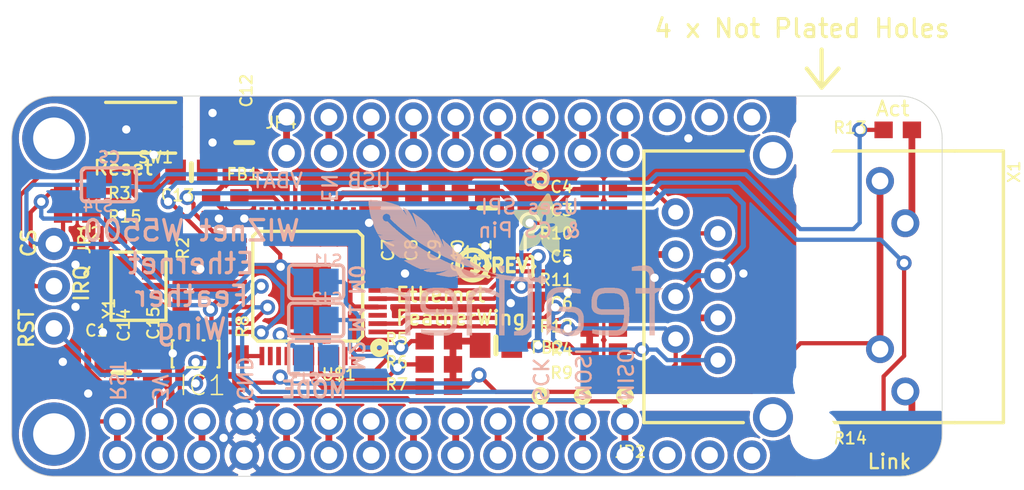
<source format=kicad_pcb>
(kicad_pcb (version 20221018) (generator pcbnew)
  (layers (0 "F.Cu" signal) (31 "B.Cu" signal) (34 "B.Paste" user) (35 "F.Paste" user) (36 "B.SilkS" user "B.Silkscreen") (37 "F.SilkS" user "F.Silkscreen") (38 "B.Mask" user) (39 "F.Mask" user) (44 "Edge.Cuts" user))
  (net 0 "")
  (net 1 "N$1")
  (net 2 "GND")
  (net 3 "N$2")
  (net 4 "N$3")
  (net 5 "AGND")
  (net 6 "CS")
  (net 7 "IRQ")
  (net 8 "MOSI")
  (net 9 "MISO")
  (net 10 "SCK")
  (net 11 "3.3V")
  (net 12 "N$4")
  (net 13 "N$5")
  (net 14 "N$6")
  (net 15 "RESET")
  (net 16 "AVDD")
  (net 17 "TX-")
  (net 18 "TX+")
  (net 19 "RX-")
  (net 20 "RX+")
  (net 21 "N$7")
  (net 22 "N$8")
  (net 23 "N$9")
  (net 24 "N$10")
  (net 25 "N$11")
  (net 26 "N$12")
  (net 27 "MISO_MCU")
  (net 28 "GREENLED")
  (net 29 "YELLOWLED")
  (net 30 "N$13")
  (net 31 "N$14")
  (net 32 "VBAT")
  (net 33 "N$15")
  (net 34 "USB")
  (net 35 "N$16")
  (net 36 "N$17")
  (net 37 "N$18")
  (net 38 "N$19")
  (net 39 "N$20")
  (net 40 "N$21")
  (net 41 "N$28")
  (net 42 "N$29")
  (net 43 "N$30")
  (net 44 "N$31")
  (net 45 "N$32")
  (net 46 "N$33")
  (net 47 "N$34")
  (net 48 "N$22")
  (footprint "working:0805-NO" (layer "F.Cu") (at 127.1651 110.2106 90)
    (fp_text reference "C14")
    (fp_text value "10uF")
  )
  (footprint "working:0805-NO" (layer "F.Cu") (at 149.6441 108.5596)
    (fp_text reference "FB2")
    (fp_text value "ferrite")
  )
  (footprint "working:0603-NO" (layer "F.Cu") (at 128.1811 107.7976 180)
    (fp_text reference "C1")
    (fp_text value "22pF")
  )
  (footprint "working:LQFP48" (layer "F.Cu") (at 138.3411 105.0036 180)
    (fp_text reference "U$1")
    (fp_text value "W5500")
  )
  (footprint "working:1X03_ROUND_76" (layer "F.Cu") (at 123.1011 105.0036 -90)
    (fp_text reference "JP1")
    (fp_text value "")
  )
  (footprint "working:BTN_KMR2_4.6X2.8" (layer "F.Cu") (at 128.3081 95.4786 180)
    (fp_text reference "SW1")
    (fp_text value "KMR2")
  )
  (footprint "working:0805-NO" (layer "F.Cu") (at 149.1361 100.3046 -90)
    (fp_text reference "C11")
    (fp_text value "10uF")
  )
  (footprint "working:FIDUCIAL_1MM" (layer "F.Cu") (at 121.5771 111.2266)
    (fp_text reference "FID2" hide)
    (fp_text value "FIDUCIAL\"\"" hide)
  )
  (footprint "working:0603-NO" (layer "F.Cu") (at 130.7211 105.2576 90)
    (fp_text reference "R2")
    (fp_text value "1M")
  )
  (footprint "working:PCBFEAT-REV-040" (layer "F.Cu") (at 148.2471 103.7336)
    (fp_text reference "U$45" hide)
    (fp_text value "" hide)
  )
  (footprint "working:0603-NO" (layer "F.Cu") (at 134.3025 109.9566 90)
    (fp_text reference "R8")
    (fp_text value "10K")
  )
  (footprint "working:0603-NO" (layer "F.Cu") (at 124.4981 100.6856)
    (fp_text reference "R15")
    (fp_text value "10K")
  )
  (footprint "working:0603-NO" (layer "F.Cu") (at 156.1211 107.5436 180)
    (fp_text reference "R12")
    (fp_text value "10")
  )
  (footprint "working:0603-NO" (layer "F.Cu") (at 147.4851 100.3046 -90)
    (fp_text reference "C10")
    (fp_text value "0.1uF")
  )
  (footprint "working:0603-NO" (layer "F.Cu") (at 146.2151 109.7026 180)
    (fp_text reference "R6")
    (fp_text value "10K")
  )
  (footprint "working:0805-NO" (layer "F.Cu") (at 131.3561 98.1456)
    (fp_text reference "FB1")
    (fp_text value "ferrite")
  )
  (footprint "working:0603-NO" (layer "F.Cu") (at 156.1211 100.5586 180)
    (fp_text reference "C3")
    (fp_text value "6.8nF")
  )
  (footprint "working:0603-NO" (layer "F.Cu") (at 156.1211 108.9406 180)
    (fp_text reference "R4")
    (fp_text value "49.9")
  )
  (footprint "working:FIDUCIAL_1MM" (layer "F.Cu") (at 167.0431 115.4176)
    (fp_text reference "FID1" hide)
    (fp_text value "FIDUCIAL\"\"" hide)
  )
  (footprint "working:0603-NO" (layer "F.Cu") (at 143.2941 100.3046 -90)
    (fp_text reference "C7")
    (fp_text value "0.1uF")
  )
  (footprint "working:0603-NO" (layer "F.Cu") (at 128.9431 110.0836 90)
    (fp_text reference "C15")
    (fp_text value "0.1uF")
  )
  (footprint "working:0603-NO" (layer "F.Cu") (at 156.1211 99.1616 180)
    (fp_text reference "C4")
    (fp_text value "6.8nF")
  )
  (footprint "working:0603-NO" (layer "F.Cu") (at 146.2151 111.0361 180)
    (fp_text reference "R7")
    (fp_text value "10K")
  )
  (footprint "working:0603-NO" (layer "F.Cu") (at 133.3881 99.6696 180)
    (fp_text reference "C13")
    (fp_text value "0.1uF")
  )
  (footprint "working:0603-NO" (layer "F.Cu") (at 144.6911 100.3046 -90)
    (fp_text reference "C8")
    (fp_text value "0.1uF")
  )
  (footprint "working:0603-NO" (layer "F.Cu") (at 146.0881 100.3046 -90)
    (fp_text reference "C9")
    (fp_text value "0.1uF")
  )
  (footprint "working:0603-NO" (layer "F.Cu") (at 173.7741 114.2746 180)
    (fp_text reference "R14")
    (fp_text value "470")
  )
  (footprint "working:0805-NO" (layer "F.Cu") (at 134.5311 96.3676 90)
    (fp_text reference "C12")
    (fp_text value "10uF")
  )
  (footprint "working:RJ45_PULSEJACK" (layer "F.Cu") (at 169.3291 105.0036 -90)
    (fp_text reference "X1")
    (fp_text value "RB1-125BAG1A")
  )
  (footprint "working:0603-NO" (layer "F.Cu") (at 156.1211 110.3376 180)
    (fp_text reference "R9")
    (fp_text value "49.9")
  )
  (footprint "working:FEATHERWING_NODIM" (layer "F.Cu") (at 120.5611 116.4336)
    (fp_text reference "MS1" hide)
    (fp_text value "FEATHERWING_NODIM" hide)
  )
  (footprint "working:ADAFRUIT_3.5MM" (layer "F.Cu") (at 150.6601 103.2256)
    (fp_text reference "U$49" hide)
    (fp_text value "" hide)
  )
  (footprint "working:0603-NO" (layer "F.Cu") (at 124.4981 99.2886)
    (fp_text reference "R3")
    (fp_text value "10K")
  )
  (footprint "working:0603-NO" (layer "F.Cu") (at 145.0721 102.8446)
    (fp_text reference "R1")
    (fp_text value "12.4K")
  )
  (footprint "working:0603-NO" (layer "F.Cu") (at 156.1211 104.7496 180)
    (fp_text reference "R11")
    (fp_text value "49.9")
  )
  (footprint "working:CRYSTAL_3.2X2.5" (layer "F.Cu") (at 128.1811 105.0036 90)
    (fp_text reference "Y1")
    (fp_text value "25MHz")
  )
  (footprint "working:1X13_ROUND_70" (layer "F.Cu") (at 142.1511 113.1316 180)
    (fp_text reference "JP2")
    (fp_text value "")
  )
  (footprint "working:0603-NO" (layer "F.Cu") (at 127.8001 101.9556 180)
    (fp_text reference "C2")
    (fp_text value "22pF")
  )
  (footprint "working:1X09_ROUND_70" (layer "F.Cu") (at 147.2311 97.0026)
    (fp_text reference "JP4")
    (fp_text value "")
  )
  (footprint "working:0603-NO" (layer "F.Cu") (at 156.1211 103.3526 180)
    (fp_text reference "C5")
    (fp_text value "10nF")
  )
  (footprint "working:SOT23-5L" (layer "F.Cu") (at 131.6101 109.0676 180)
    (fp_text reference "IC1")
    (fp_text value "74AHC1G125")
  )
  (footprint "working:FIDUCIAL_1MM" (layer "F.Cu") (at 167.0431 94.5896)
    (fp_text reference "FID3" hide)
    (fp_text value "FIDUCIAL\"\"" hide)
  )
  (footprint "working:0603-NO" (layer "F.Cu") (at 173.7741 95.6056 180)
    (fp_text reference "R13")
    (fp_text value "470")
  )
  (footprint "working:0603-NO" (layer "F.Cu") (at 146.2151 108.3056 180)
    (fp_text reference "R5")
    (fp_text value "10K")
  )
  (footprint "working:0603-NO" (layer "F.Cu") (at 156.1211 106.1466 180)
    (fp_text reference "C6")
    (fp_text value "10nF")
  )
  (footprint "working:0603-NO" (layer "F.Cu") (at 156.1211 101.9556 180)
    (fp_text reference "R10")
    (fp_text value "49.9")
  )
  (footprint "working:SOLDERJUMPER_REFLOW_NOPASTE" (layer "B.Cu") (at 138.8491 109.3216)
    (fp_text reference "SJ3")
    (fp_text value "")
  )
  (footprint "working:SOLDERJUMPER_CLOSEDWIRE" (layer "B.Cu") (at 126.4031 98.9076)
    (fp_text reference "SJ4")
    (fp_text value "")
  )
  (footprint "working:SOLDERJUMPER_REFLOW_NOPASTE" (layer "B.Cu") (at 138.8491 107.0356 180)
    (fp_text reference "SJ2")
    (fp_text value "")
  )
  (footprint "working:SOLDERJUMPER_REFLOW_NOPASTE" (layer "B.Cu") (at 138.8491 104.7496 180)
    (fp_text reference "SJ1")
    (fp_text value "")
  )
  (footprint "working:FEATHERLOGO_MED" (layer "B.Cu") (at 159.8041 108.0516 180)
    (fp_text reference "U$48" hide)
    (fp_text value "" hide)
  )
  (gr_line (start 169.2021 93.0656) (end 170.2181 91.9226) (stroke (width 0.254)) (layer "F.SilkS"))
  (gr_line (start 169.2021 93.0656) (end 168.3131 91.9226) (stroke (width 0.254)) (layer "F.SilkS"))
  (gr_circle (center 157.3911 111.6076) (end 157.7721 111.6076) (stroke (width 0.3048)) (fill none) (layer "F.SilkS"))
  (gr_circle (center 152.3111 111.6076) (end 152.6921 111.6076) (stroke (width 0.3048)) (fill none) (layer "F.SilkS"))
  (gr_circle (center 152.3111 98.6536) (end 152.6921 98.6536) (stroke (width 0.3048)) (fill none) (layer "F.SilkS"))
  (gr_circle (center 154.8511 111.6076) (end 155.2321 111.6076) (stroke (width 0.3048)) (fill none) (layer "F.SilkS"))
  (gr_line (start 169.2021 90.7796) (end 169.2021 92.9386) (stroke (width 0.254)) (layer "F.SilkS"))
  (gr_line (start 176.4411 113.8936) (end 176.4411 96.1136) (stroke (width 0.05)) (layer "Edge.Cuts"))
  (gr_arc (start 120.5611 96.1136) (mid 121.305049 94.317549) (end 123.1011 93.5736) (stroke (width 0.05)) (layer "Edge.Cuts"))
  (gr_arc (start 176.4411 113.8936) (mid 175.697151 115.689651) (end 173.9011 116.4336) (stroke (width 0.05)) (layer "Edge.Cuts"))
  (gr_arc (start 173.9011 93.5736) (mid 175.697151 94.317549) (end 176.4411 96.1136) (stroke (width 0.05)) (layer "Edge.Cuts"))
  (gr_line (start 120.5611 96.1136) (end 120.5611 113.8936) (stroke (width 0.05)) (layer "Edge.Cuts"))
  (gr_line (start 123.1011 116.4336) (end 173.9011 116.4336) (stroke (width 0.05)) (layer "Edge.Cuts"))
  (gr_arc (start 123.1011 116.4336) (mid 121.305049 115.689651) (end 120.5611 113.8936) (stroke (width 0.05)) (layer "Edge.Cuts"))
  (gr_line (start 173.9011 93.5736) (end 123.1011 93.5736) (stroke (width 0.05)) (layer "Edge.Cuts"))
  (gr_text "USB" (at 140.6271 98.6536) (layer "B.SilkS") (effects (font (size 0.87376 0.87376) (thickness 0.14224)) (justify right mirror)))
  (gr_text "SCK" (at 152.3111 111.9886 -90) (layer "B.SilkS") (effects (font (size 0.87376 0.87376) (thickness 0.14224)) (justify left mirror)))
  (gr_text "MISO" (at 157.3911 111.9886 -90) (layer "B.SilkS") (effects (font (size 0.87376 0.87376) (thickness 0.14224)) (justify left mirror)))
  (gr_text "EN" (at 139.6111 98.1456 -90) (layer "B.SilkS") (effects (font (size 0.87376 0.87376) (thickness 0.14224)) (justify right mirror)))
  (gr_text "Uses SPI\n& CS Pin" (at 151.6761 100.9396) (layer "B.SilkS") (effects (font (size 0.87376 0.87376) (thickness 0.14224)) (justify mirror)))
  (gr_text "M2" (at 141.2621 109.1946 -90) (layer "B.SilkS") (effects (font (size 0.85344 0.85344) (thickness 0.16256)) (justify mirror)))
  (gr_text "RST" (at 126.9111 111.9886 -90) (layer "B.SilkS") (effects (font (size 0.87376 0.87376) (thickness 0.14224)) (justify left mirror)))
  (gr_text "VBAT" (at 134.9121 98.6536) (layer "B.SilkS") (effects (font (size 0.87376 0.87376) (thickness 0.14224)) (justify right mirror)))
  (gr_text "CS" (at 127.1651 97.2566) (layer "B.SilkS") (effects (font (size 0.674624 0.674624) (thickness 0.138176)) (justify left mirror)))
  (gr_text "GND" (at 134.5311 111.9886 -90) (layer "B.SilkS") (effects (font (size 0.87376 0.87376) (thickness 0.14224)) (justify left mirror)))
  (gr_text "M1" (at 141.2621 106.9086 -90) (layer "B.SilkS") (effects (font (size 0.85344 0.85344) (thickness 0.16256)) (justify mirror)))
  (gr_text "MODE" (at 138.7221 111.2266) (layer "B.SilkS") (effects (font (size 0.96012 0.96012) (thickness 0.18288)) (justify mirror)))
  (gr_text "CS" (at 151.1681 98.5266) (layer "B.SilkS") (effects (font (size 0.87376 0.87376) (thickness 0.14224)) (justify right mirror)))
  (gr_text "3V" (at 129.4511 111.9886 -90) (layer "B.SilkS") (effects (font (size 0.87376 0.87376) (thickness 0.14224)) (justify left mirror)))
  (gr_text "MOSI" (at 154.8511 111.9886 -90) (layer "B.SilkS") (effects (font (size 0.87376 0.87376) (thickness 0.14224)) (justify left mirror)))
  (gr_text "M0" (at 141.2621 104.6226 -90) (layer "B.SilkS") (effects (font (size 0.85344 0.85344) (thickness 0.16256)) (justify mirror)))
  (gr_text "WIZnet W5500\nEthernet\nFeather\nWing" (at 131.3561 104.6226) (layer "B.SilkS") (effects (font (size 1.223264 1.223264) (thickness 0.199136)) (justify mirror)))
  (gr_text "CS" (at 121.5771 103.3526 90) (layer "F.SilkS") (effects (font (size 0.8636 0.8636) (thickness 0.1524)) (justify left)))
  (gr_text "RST" (at 121.4501 108.8136 90) (layer "F.SilkS") (effects (font (size 0.8636 0.8636) (thickness 0.1524)) (justify left)))
  (gr_text "Link" (at 171.8691 116.0526) (layer "F.SilkS") (effects (font (size 0.87376 0.87376) (thickness 0.14224)) (justify left bottom)))
  (gr_text "IRQ" (at 124.7521 106.0196 90) (layer "F.SilkS") (effects (font (size 0.8636 0.8636) (thickness 0.1524)) (justify left)))
  (gr_text "Ethernet\nFeatherWing" (at 143.5481 107.4166) (layer "F.SilkS") (effects (font (size 0.8636 0.8636) (thickness 0.1524)) (justify left bottom)))
  (gr_text "4 x Not Plated Holes" (at 159.0421 90.1446) (layer "F.SilkS") (effects (font (size 1.0922 1.0922) (thickness 0.1778)) (justify left bottom)))
  (gr_text "Act" (at 172.3771 94.8436) (layer "F.SilkS") (effects (font (size 0.87376 0.87376) (thickness 0.14224)) (justify left bottom)))
  (gr_text "Reset" (at 125.3871 97.8916) (layer "F.SilkS") (effects (font (size 0.8636 0.8636) (thickness 0.1524)) (justify left)))
  (segment (start 131.5751 105.2536) (end 130.7211 106.1076) (width 0.254) (layer "F.Cu") (net 1))
  (segment (start 129.0311 106.1536) (end 128.9811 106.1036) (width 0.254) (layer "F.Cu") (net 1))
  (segment (start 128.9811 106.1036) (end 128.9811 106.2356) (width 0.254) (layer "F.Cu") (net 1))
  (segment (start 130.7211 106.1076) (end 129.1091 106.1076) (width 0.254) (layer "F.Cu") (net 1))
  (segment (start 134.1411 105.2536) (end 131.5751 105.2536) (width 0.254) (layer "F.Cu") (net 1))
  (segment (start 128.9811 106.2356) (end 129.1091 106.1076) (width 0.254) (layer "F.Cu") (net 1))
  (segment (start 129.0311 107.7976) (end 129.0311 106.1536) (width 0.254) (layer "F.Cu") (net 1))
  (segment (start 136.0911 102.4996) (end 136.6901 103.0986) (width 0.254) (layer "F.Cu") (net 2))
  (segment (start 136.6901 103.0986) (end 136.6901 103.8098) (width 0.254) (layer "F.Cu") (net 2))
  (segment (start 136.6901 103.8098) (end 136.7155 103.8352) (width 0.254) (layer "F.Cu") (net 2))
  (segment (start 136.0911 100.8036) (end 136.0911 102.4996) (width 0.254) (layer "F.Cu") (net 2))
  (via (at 126.0475 107.7722) (size 0.9064) (drill 0.5) (layers "F.Cu" "B.Cu") (net 2))
  (via (at 127.1651 100.6856) (size 0.9064) (drill 0.5) (layers "F.Cu" "B.Cu") (net 2))
  (via (at 124.3965 106.2482) (size 0.9064) (drill 0.5) (layers "F.Cu" "B.Cu") (net 2))
  (via (at 136.7155 103.8352) (size 0.9064) (drill 0.5) (layers "F.Cu" "B.Cu") (net 2))
  (via (at 123.6345 109.5502) (size 0.9064) (drill 0.5) (layers "F.Cu" "B.Cu") (net 2))
  (via (at 130.2385 109.0422) (size 0.9064) (drill 0.5) (layers "F.Cu" "B.Cu") (net 2))
  (via (at 131.8895 103.9622) (size 0.9064) (drill 0.5) (layers "F.Cu" "B.Cu") (net 2))
  (via (at 124.3965 103.7082) (size 0.9064) (drill 0.5) (layers "F.Cu" "B.Cu") (net 2))
  (via (at 127.4445 95.5802) (size 0.9064) (drill 0.5) (layers "F.Cu" "B.Cu") (net 2))
  (via (at 125.1585 111.4552) (size 0.9064) (drill 0.5) (layers "F.Cu" "B.Cu") (net 2))
  (via (at 133.2865 114.1222) (size 0.9064) (drill 0.5) (layers "F.Cu" "B.Cu") (net 2))
  (via (at 129.0955 97.1042) (size 0.9064) (drill 0.5) (layers "F.Cu" "B.Cu") (net 2))
  (segment (start 164.5031 100.0506) (end 163.7411 99.2886) (width 0.3048) (layer "B.Cu") (net 2))
  (segment (start 159.8041 99.2886) (end 159.0421 100.0506) (width 0.3048) (layer "B.Cu") (net 2))
  (segment (start 138.8491 108.1786) (end 138.2141 108.1786) (width 0.254) (layer "B.Cu") (net 2))
  (segment (start 131.2291 100.8126) (end 130.2131 100.8126) (width 0.3048) (layer "B.Cu") (net 2))
  (segment (start 138.8491 108.1786) (end 139.1031 108.4326) (width 0.254) (layer "B.Cu") (net 2))
  (segment (start 131.9911 100.0506) (end 131.2291 100.8126) (width 0.3048) (layer "B.Cu") (net 2))
  (segment (start 162.9791 104.3686) (end 162.9791 104.1146) (width 0.3048) (layer "B.Cu") (net 2))
  (segment (start 127.5461 100.9396) (end 127.6731 100.8126) (width 0.3048) (layer "B.Cu") (net 2))
  (segment (start 164.5031 102.5906) (end 164.5031 100.0506) (width 0.3048) (layer "B.Cu") (net 2))
  (segment (start 163.7411 99.2886) (end 159.8041 99.2886) (width 0.3048) (layer "B.Cu") (net 2))
  (segment (start 138.2141 108.1786) (end 138.0871 108.0516) (width 0.254) (layer "B.Cu") (net 2))
  (segment (start 161.7091 104.3686) (end 160.4391 105.6386) (width 0.3048) (layer "B.Cu") (net 2))
  (segment (start 159.0421 100.0506) (end 131.9911 100.0506) (width 0.3048) (layer "B.Cu") (net 2))
  (segment (start 162.9791 104.1146) (end 164.5031 102.5906) (width 0.3048) (layer "B.Cu") (net 2))
  (segment (start 139.1031 108.4326) (end 139.1031 108.8136) (width 0.254) (layer "B.Cu") (net 2))
  (segment (start 139.6111 109.3216) (end 139.6111 109.0676) (width 0.254) (layer "B.Cu") (net 2))
  (segment (start 138.0871 108.0516) (end 138.0871 107.0356) (width 0.254) (layer "B.Cu") (net 2))
  (segment (start 162.9791 104.3686) (end 161.7091 104.3686) (width 0.3048) (layer "B.Cu") (net 2))
  (segment (start 139.1031 108.8136) (end 139.6111 109.3216) (width 0.254) (layer "B.Cu") (net 2))
  (segment (start 127.7611 102.8446) (end 128.6501 101.9556) (width 0.254) (layer "F.Cu") (net 3))
  (segment (start 127.5461 102.8446) (end 127.7611 102.8446) (width 0.254) (layer "F.Cu") (net 3))
  (segment (start 131.0671 104.7536) (end 130.7211 104.4076) (width 0.254) (layer "F.Cu") (net 3))
  (segment (start 127.3811 103.9036) (end 127.3811 103.0096) (width 0.254) (layer "F.Cu") (net 3))
  (segment (start 130.7211 103.6066) (end 129.0701 101.9556) (width 0.254) (layer "F.Cu") (net 3))
  (segment (start 130.7211 104.4076) (end 130.7211 103.6066) (width 0.254) (layer "F.Cu") (net 3))
  (segment (start 127.3811 103.0096) (end 127.5461 102.8446) (width 0.254) (layer "F.Cu") (net 3))
  (segment (start 129.0701 101.9556) (end 128.6501 101.9556) (width 0.254) (layer "F.Cu") (net 3))
  (segment (start 134.1411 104.7536) (end 131.0671 104.7536) (width 0.254) (layer "F.Cu") (net 3))
  (segment (start 143.8131 103.2536) (end 144.2221 102.8446) (width 0.254) (layer "F.Cu") (net 4))
  (segment (start 142.5411 103.2536) (end 143.8131 103.2536) (width 0.254) (layer "F.Cu") (net 4))
  (segment (start 139.5911 100.8036) (end 139.5911 99.9036) (width 0.254) (layer "F.Cu") (net 5))
  (segment (start 139.5911 99.9036) (end 139.2301 99.5426) (width 0.254) (layer "F.Cu") (net 5))
  (via (at 153.9621 103.4796) (size 0.9064) (drill 0.5) (layers "F.Cu" "B.Cu") (net 5))
  (via (at 164.5031 104.2416) (size 0.9064) (drill 0.5) (layers "F.Cu" "B.Cu") (net 5))
  (via (at 147.3581 102.7176) (size 0.9064) (drill 0.5) (layers "F.Cu" "B.Cu") (net 5))
  (via (at 159.1691 104.4956) (size 0.9064) (drill 0.5) (layers "F.Cu" "B.Cu") (net 5))
  (via (at 150.5331 106.0196) (size 0.9064) (drill 0.5) (layers "F.Cu" "B.Cu") (net 5))
  (via (at 149.0091 102.5906) (size 0.9064) (drill 0.5) (layers "F.Cu" "B.Cu") (net 5))
  (via (at 134.5311 100.9396) (size 0.9064) (drill 0.5) (layers "F.Cu" "B.Cu") (net 5))
  (via (at 132.6261 94.5896) (size 0.9064) (drill 0.5) (layers "F.Cu" "B.Cu") (net 5))
  (via (at 161.2011 96.1136) (size 0.9064) (drill 0.5) (layers "F.Cu" "B.Cu") (net 5))
  (via (at 132.6261 96.3676) (size 0.9064) (drill 0.5) (layers "F.Cu" "B.Cu") (net 5))
  (via (at 142.0241 101.1936) (size 0.9064) (drill 0.5) (layers "F.Cu" "B.Cu") (net 5))
  (via (at 153.9621 105.3846) (size 0.9064) (drill 0.5) (layers "F.Cu" "B.Cu") (net 5))
  (via (at 133.0071 100.9396) (size 0.9064) (drill 0.5) (layers "F.Cu" "B.Cu") (net 5))
  (via (at 144.1831 104.2416) (size 0.9064) (drill 0.5) (layers "F.Cu" "B.Cu") (net 5))
  (segment (start 132.5601 107.7676) (end 132.5601 106.4616) (width 0.254) (layer "F.Cu") (net 6))
  (segment (start 134.1411 105.7536) (end 133.0191 105.7536) (width 0.254) (layer "F.Cu") (net 6))
  (segment (start 132.5601 106.4616) (end 132.4991 106.4006) (width 0.254) (layer "F.Cu") (net 6))
  (segment (start 123.6481 101.9166) (end 123.1011 102.4636) (width 0.254) (layer "F.Cu") (net 6))
  (segment (start 123.6481 100.6856) (end 123.6481 101.9166) (width 0.254) (layer "F.Cu") (net 6))
  (segment (start 132.4991 106.2736) (end 132.4991 106.4006) (width 0.254) (layer "F.Cu") (net 6))
  (segment (start 133.0191 105.7536) (end 132.4991 106.2736) (width 0.254) (layer "F.Cu") (net 6))
  (via (at 132.4991 106.4006) (size 0.9064) (drill 0.5) (layers "F.Cu" "B.Cu") (net 6))
  (segment (start 126.5301 102.4636) (end 130.2131 106.1466) (width 0.254) (layer "B.Cu") (net 6))
  (segment (start 121.4501 99.2886) (end 121.4501 101.9556) (width 0.254) (layer "B.Cu") (net 6))
  (segment (start 130.2131 106.1466) (end 132.2451 106.1466) (width 0.254) (layer "B.Cu") (net 6))
  (segment (start 121.9581 102.4636) (end 123.1011 102.4636) (width 0.254) (layer "B.Cu") (net 6))
  (segment (start 121.8311 98.9076) (end 121.4501 99.2886) (width 0.254) (layer "B.Cu") (net 6))
  (segment (start 132.2451 106.1466) (end 132.4991 106.4006) (width 0.254) (layer "B.Cu") (net 6))
  (segment (start 121.4501 101.9556) (end 121.9581 102.4636) (width 0.254) (layer "B.Cu") (net 6))
  (segment (start 123.1011 102.4636) (end 126.5301 102.4636) (width 0.254) (layer "B.Cu") (net 6))
  (segment (start 125.6411 98.9076) (end 121.8311 98.9076) (width 0.254) (layer "B.Cu") (net 6))
  (segment (start 121.9581 105.0036) (end 121.7041 104.7496) (width 0.254) (layer "F.Cu") (net 7))
  (segment (start 122.3391 99.9236) (end 122.5931 99.6696) (width 0.254) (layer "F.Cu") (net 7))
  (segment (start 123.6481 99.2886) (end 122.9741 99.2886) (width 0.254) (layer "F.Cu") (net 7))
  (segment (start 135.5031 107.7536) (end 135.5471 107.7976) (width 0.254) (layer "F.Cu") (net 7))
  (segment (start 134.1411 107.7536) (end 135.5031 107.7536) (width 0.254) (layer "F.Cu") (net 7))
  (segment (start 122.9741 99.2886) (end 122.3391 99.9236) (width 0.254) (layer "F.Cu") (net 7))
  (segment (start 121.7041 100.5586) (end 122.3391 99.9236) (width 0.254) (layer "F.Cu") (net 7))
  (segment (start 121.7041 104.7496) (end 121.7041 100.5586) (width 0.254) (layer "F.Cu") (net 7))
  (segment (start 123.1011 105.0036) (end 121.9581 105.0036) (width 0.254) (layer "F.Cu") (net 7))
  (via (at 135.5471 107.7976) (size 0.9064) (drill 0.5) (layers "F.Cu" "B.Cu") (net 7))
  (via (at 122.3391 99.9236) (size 0.9064) (drill 0.5) (layers "F.Cu" "B.Cu") (net 7))
  (segment (start 129.8321 105.0036) (end 125.7681 100.9396) (width 0.254) (layer "B.Cu") (net 7))
  (segment (start 125.7681 100.9396) (end 122.4661 100.9396) (width 0.254) (layer "B.Cu") (net 7))
  (segment (start 122.3391 100.8126) (end 122.3391 99.9236) (width 0.254) (layer "B.Cu") (net 7))
  (segment (start 135.5471 107.7976) (end 135.6741 107.7976) (width 0.254) (layer "B.Cu") (net 7))
  (segment (start 122.4661 100.9396) (end 122.3391 100.8126) (width 0.254) (layer "B.Cu") (net 7))
  (segment (start 135.6741 107.7976) (end 136.8171 106.6546) (width 0.254) (layer "B.Cu") (net 7))
  (segment (start 136.8171 105.1306) (end 135.8011 104.1146) (width 0.254) (layer "B.Cu") (net 7))
  (segment (start 134.0231 105.0036) (end 129.8321 105.0036) (width 0.254) (layer "B.Cu") (net 7))
  (segment (start 136.8171 106.6546) (end 136.8171 105.1306) (width 0.254) (layer "B.Cu") (net 7))
  (segment (start 134.9121 104.1146) (end 134.0231 105.0036) (width 0.254) (layer "B.Cu") (net 7))
  (segment (start 135.8011 104.1146) (end 134.9121 104.1146) (width 0.254) (layer "B.Cu") (net 7))
  (segment (start 134.9481 107.2536) (end 135.2931 106.9086) (width 0.254) (layer "F.Cu") (net 8))
  (segment (start 134.1411 107.2536) (end 134.9481 107.2536) (width 0.254) (layer "F.Cu") (net 8))
  (segment (start 154.8511 115.1636) (end 154.8511 113.1316) (width 0.4064) (layer "F.Cu") (net 8))
  (segment (start 135.2931 106.9086) (end 135.9281 106.2736) (width 0.254) (layer "F.Cu") (net 8))
  (via (at 135.9281 106.2736) (size 0.9064) (drill 0.5) (layers "F.Cu" "B.Cu") (net 8))
  (segment (start 152.3111 111.3536) (end 137.9601 111.3536) (width 0.254) (layer "B.Cu") (net 8))
  (segment (start 134.4041 110.2106) (end 134.4041 106.9086) (width 0.254) (layer "B.Cu") (net 8))
  (segment (start 154.5971 111.8616) (end 152.8191 111.8616) (width 0.254) (layer "B.Cu") (net 8))
  (segment (start 134.4041 106.9086) (end 135.0391 106.2736) (width 0.254) (layer "B.Cu") (net 8))
  (segment (start 135.5471 111.3536) (end 137.9601 111.3536) (width 0.254) (layer "B.Cu") (net 8))
  (segment (start 135.0391 110.8456) (end 134.4041 110.2106) (width 0.254) (layer "B.Cu") (net 8))
  (segment (start 154.8511 113.1316) (end 154.8511 112.1156) (width 0.254) (layer "B.Cu") (net 8))
  (segment (start 152.8191 111.8616) (end 152.3111 111.3536) (width 0.254) (layer "B.Cu") (net 8))
  (segment (start 135.0391 110.8456) (end 135.5471 111.3536) (width 0.254) (layer "B.Cu") (net 8))
  (segment (start 134.4041 106.9086) (end 134.6581 106.6546) (width 0.254) (layer "B.Cu") (net 8))
  (segment (start 154.8511 112.1156) (end 154.5971 111.8616) (width 0.254) (layer "B.Cu") (net 8))
  (segment (start 135.0391 106.2736) (end 135.9281 106.2736) (width 0.254) (layer "B.Cu") (net 8))
  (segment (start 133.2611 106.9086) (end 133.2611 108.6866) (width 0.254) (layer "F.Cu") (net 9))
  (segment (start 131.8641 108.8136) (end 131.6101 108.5596) (width 0.254) (layer "F.Cu") (net 9))
  (segment (start 133.1341 108.8136) (end 131.8641 108.8136) (width 0.254) (layer "F.Cu") (net 9))
  (segment (start 133.2611 108.6866) (end 133.1341 108.8136) (width 0.254) (layer "F.Cu") (net 9))
  (segment (start 134.1411 106.7536) (end 133.4161 106.7536) (width 0.254) (layer "F.Cu") (net 9))
  (segment (start 133.4161 106.7536) (end 133.2611 106.9086) (width 0.254) (layer "F.Cu") (net 9))
  (segment (start 131.6101 108.5596) (end 131.6101 107.7676) (width 0.254) (layer "F.Cu") (net 9))
  (segment (start 134.9321 106.2536) (end 135.0391 106.1466) (width 0.254) (layer "F.Cu") (net 10))
  (segment (start 134.1411 106.2536) (end 134.9321 106.2536) (width 0.254) (layer "F.Cu") (net 10))
  (segment (start 152.3111 115.1636) (end 152.3111 113.1316) (width 0.4064) (layer "F.Cu") (net 10))
  (segment (start 135.0391 106.1466) (end 135.0391 105.5116) (width 0.254) (layer "F.Cu") (net 10))
  (segment (start 135.0391 105.5116) (end 135.5471 105.0036) (width 0.254) (layer "F.Cu") (net 10))
  (via (at 135.5471 105.0036) (size 0.9064) (drill 0.5) (layers "F.Cu" "B.Cu") (net 10))
  (segment (start 133.8961 106.6546) (end 135.5471 105.0036) (width 0.254) (layer "B.Cu") (net 10))
  (segment (start 152.0571 111.8616) (end 137.9601 111.8616) (width 0.254) (layer "B.Cu") (net 10))
  (segment (start 133.8961 110.4646) (end 133.8961 106.6546) (width 0.254) (layer "B.Cu") (net 10))
  (segment (start 134.5311 111.0996) (end 133.8961 110.4646) (width 0.254) (layer "B.Cu") (net 10))
  (segment (start 135.2931 111.8616) (end 137.9601 111.8616) (width 0.254) (layer "B.Cu") (net 10))
  (segment (start 152.3111 113.1316) (end 152.3111 112.1156) (width 0.254) (layer "B.Cu") (net 10))
  (segment (start 152.3111 112.1156) (end 152.0571 111.8616) (width 0.254) (layer "B.Cu") (net 10))
  (segment (start 134.5311 111.0996) (end 135.2931 111.8616) (width 0.254) (layer "B.Cu") (net 10))
  (segment (start 134.3025 110.8066) (end 136.3481 110.8066) (width 0.254) (layer "F.Cu") (net 11))
  (segment (start 125.3481 100.6856) (end 125.3481 99.2886) (width 0.4064) (layer "F.Cu") (net 11))
  (segment (start 127.8001 99.2886) (end 131.4831 102.9716) (width 0.4064) (layer "F.Cu") (net 11))
  (segment (start 132.5601 110.3676) (end 133.8635 110.3676) (width 0.4064) (layer "F.Cu") (net 11))
  (segment (start 147.0651 111.0361) (end 147.0651 109.7026) (width 0.4064) (layer "F.Cu") (net 11))
  (segment (start 132.1943 102.9716) (end 131.4831 102.9716) (width 0.3048) (layer "F.Cu") (net 11))
  (segment (start 132.9763 103.7536) (end 132.1943 102.9716) (width 0.3048) (layer "F.Cu") (net 11))
  (segment (start 165.0111 111.3536) (end 167.9321 108.4326) (width 0.254) (layer "F.Cu") (net 11))
  (segment (start 125.3871 100.7246) (end 125.3481 100.6856) (width 0.4064) (layer "F.Cu") (net 11))
  (segment (start 147.0651 108.3056) (end 148.4401 108.3056) (width 0.4064) (layer "F.Cu") (net 11))
  (segment (start 128.7161 111.1606) (end 127.1651 111.1606) (width 0.4064) (layer "F.Cu") (net 11))
  (segment (start 129.4511 111.4416) (end 128.9431 110.9336) (width 0.4064) (layer "F.Cu") (net 11))
  (segment (start 125.1331 110.0836) (end 125.1331 107.0356) (width 0.4064) (layer "F.Cu") (net 11))
  (segment (start 147.0651 109.7026) (end 147.0651 108.3056) (width 0.4064) (layer "F.Cu") (net 11))
  (segment (start 149.6441 111.3536) (end 165.0111 111.3536) (width 0.254) (layer "F.Cu") (net 11))
  (segment (start 172.3531 108.4326) (end 172.7091 108.7886) (width 0.254) (layer "F.Cu") (net 11))
  (segment (start 125.3871 106.7816) (end 125.3871 100.7246) (width 0.4064) (layer "F.Cu") (net 11))
  (segment (start 126.2101 111.1606) (end 127.1651 111.1606) (width 0.4064) (layer "F.Cu") (net 11))
  (segment (start 132.0881 110.3676) (end 131.6101 110.8456) (width 0.3048) (layer "F.Cu") (net 11))
  (segment (start 167.9321 108.4326) (end 172.3531 108.4326) (width 0.254) (layer "F.Cu") (net 11))
  (segment (start 129.4511 113.1316) (end 129.4511 111.4416) (width 0.4064) (layer "F.Cu") (net 11))
  (segment (start 126.2101 111.1606) (end 125.1331 110.0836) (width 0.4064) (layer "F.Cu") (net 11))
  (segment (start 136.3481 110.8066) (end 136.6901 110.4646) (width 0.254) (layer "F.Cu") (net 11))
  (segment (start 147.0651 111.0361) (end 147.9296 111.0361) (width 0.254) (layer "F.Cu") (net 11))
  (segment (start 148.4401 108.3056) (end 148.6941 108.5596) (width 0.4064) (layer "F.Cu") (net 11))
  (segment (start 129.4511 115.1636) (end 129.4511 113.1316) (width 0.4064) (layer "F.Cu") (net 11))
  (segment (start 172.7091 98.6786) (end 172.7091 108.7886) (width 0.4064) (layer "F.Cu") (net 11))
  (segment (start 133.8635 110.3676) (end 134.3025 110.8066) (width 0.4064) (layer "F.Cu") (net 11))
  (segment (start 147.9296 111.0361) (end 148.6281 110.3376) (width 0.254) (layer "F.Cu") (net 11))
  (segment (start 132.5601 110.3676) (end 132.0881 110.3676) (width 0.3048) (layer "F.Cu") (net 11))
  (segment (start 125.1331 107.0356) (end 125.3871 106.7816) (width 0.4064) (layer "F.Cu") (net 11))
  (segment (start 134.1411 103.7536) (end 132.9763 103.7536) (width 0.3048) (layer "F.Cu") (net 11))
  (segment (start 149.6441 111.3536) (end 148.6281 110.3376) (width 0.254) (layer "F.Cu") (net 11))
  (segment (start 128.9431 110.9336) (end 128.7161 111.1606) (width 0.4064) (layer "F.Cu") (net 11))
  (segment (start 127.8001 99.2886) (end 125.3481 99.2886) (width 0.4064) (layer "F.Cu") (net 11))
  (via (at 148.6281 110.3376) (size 0.9064) (drill 0.5) (layers "F.Cu" "B.Cu") (net 11))
  (via (at 136.6901 110.4646) (size 0.9064) (drill 0.5) (layers "F.Cu" "B.Cu") (net 11))
  (via (at 131.6101 110.8456) (size 0.9064) (drill 0.5) (layers "F.Cu" "B.Cu") (net 11))
  (segment (start 148.1201 110.8456) (end 148.6281 110.3376) (width 0.254) (layer "B.Cu") (net 11))
  (segment (start 136.6901 110.4646) (end 137.0711 110.8456) (width 0.254) (layer "B.Cu") (net 11))
  (segment (start 131.6101 110.8456) (end 130.4671 110.8456) (width 0.3048) (layer "B.Cu") (net 11))
  (segment (start 137.0711 110.8456) (end 148.1201 110.8456) (width 0.254) (layer "B.Cu") (net 11))
  (segment (start 130.4671 110.8456) (end 129.4511 111.8616) (width 0.3048) (layer "B.Cu") (net 11))
  (segment (start 129.4511 111.8616) (end 129.4511 113.1316) (width 0.3048) (layer "B.Cu") (net 11))
  (segment (start 142.4051 110.0836) (end 143.0401 109.4486) (width 0.254) (layer "F.Cu") (net 12))
  (segment (start 139.5911 109.9366) (end 139.7381 110.0836) (width 0.254) (layer "F.Cu") (net 12))
  (segment (start 143.9291 108.6866) (end 144.1831 108.6866) (width 0.254) (layer "F.Cu") (net 12))
  (segment (start 139.5911 109.2036) (end 139.5911 109.9366) (width 0.254) (layer "F.Cu") (net 12))
  (segment (start 143.0401 108.8136) (end 143.1671 108.6866) (width 0.254) (layer "F.Cu") (net 12))
  (segment (start 143.0401 109.4486) (end 143.0401 108.8136) (width 0.254) (layer "F.Cu") (net 12))
  (segment (start 142.2781 110.0836) (end 142.4051 110.0836) (width 0.254) (layer "F.Cu") (net 12))
  (segment (start 143.1671 108.6866) (end 143.9291 108.6866) (width 0.254) (layer "F.Cu") (net 12))
  (segment (start 144.1831 108.6866) (end 144.5641 108.3056) (width 0.254) (layer "F.Cu") (net 12))
  (segment (start 139.7381 110.0836) (end 142.2781 110.0836) (width 0.254) (layer "F.Cu") (net 12))
  (segment (start 144.5641 108.3056) (end 145.3651 108.3056) (width 0.254) (layer "F.Cu") (net 12))
  (via (at 143.9291 108.6866) (size 0.9064) (drill 0.5) (layers "F.Cu" "B.Cu") (net 12))
  (segment (start 139.6111 104.7496) (end 140.5001 104.7496) (width 0.254) (layer "B.Cu") (net 12))
  (segment (start 142.7861 108.6866) (end 143.9291 108.6866) (width 0.254) (layer "B.Cu") (net 12))
  (segment (start 140.6271 104.8766) (end 140.6271 106.0196) (width 0.254) (layer "B.Cu") (net 12))
  (segment (start 140.5001 104.7496) (end 140.6271 104.8766) (width 0.254) (layer "B.Cu") (net 12))
  (segment (start 141.3891 106.7816) (end 141.3891 108.4326) (width 0.254) (layer "B.Cu") (net 12))
  (segment (start 140.6271 106.0196) (end 141.3891 106.7816) (width 0.254) (layer "B.Cu") (net 12))
  (segment (start 141.3891 108.4326) (end 141.6431 108.6866) (width 0.254) (layer "B.Cu") (net 12))
  (segment (start 141.6431 108.6866) (end 142.7861 108.6866) (width 0.254) (layer "B.Cu") (net 12))
  (segment (start 142.2781 110.5916) (end 143.0401 110.5916) (width 0.254) (layer "F.Cu") (net 13))
  (segment (start 143.9291 109.7026) (end 145.3651 109.7026) (width 0.254) (layer "F.Cu") (net 13))
  (segment (start 143.7386 109.8931) (end 143.9291 109.7026) (width 0.254) (layer "F.Cu") (net 13))
  (segment (start 139.6111 110.5916) (end 142.2781 110.5916) (width 0.254) (layer "F.Cu") (net 13))
  (segment (start 139.0911 110.1986) (end 139.4841 110.5916) (width 0.254) (layer "F.Cu") (net 13))
  (segment (start 139.4841 110.5916) (end 139.6111 110.5916) (width 0.254) (layer "F.Cu") (net 13))
  (segment (start 143.0401 110.5916) (end 143.7386 109.8931) (width 0.254) (layer "F.Cu") (net 13))
  (segment (start 139.0911 109.2036) (end 139.0911 110.1986) (width 0.254) (layer "F.Cu") (net 13))
  (via (at 143.7386 109.8931) (size 0.9064) (drill 0.5) (layers "F.Cu" "B.Cu") (net 13))
  (segment (start 139.6111 107.0356) (end 140.7541 107.0356) (width 0.254) (layer "B.Cu") (net 13))
  (segment (start 140.8811 108.8136) (end 141.2621 109.1946) (width 0.254) (layer "B.Cu") (net 13))
  (segment (start 140.7541 107.0356) (end 140.8811 107.1626) (width 0.254) (layer "B.Cu") (net 13))
  (segment (start 143.0401 109.1946) (end 143.7386 109.8931) (width 0.254) (layer "B.Cu") (net 13))
  (segment (start 141.2621 109.1946) (end 143.0401 109.1946) (width 0.254) (layer "B.Cu") (net 13))
  (segment (start 140.8811 107.1626) (end 140.8811 108.8136) (width 0.254) (layer "B.Cu") (net 13))
  (segment (start 138.5911 109.2036) (end 138.5911 108.1746) (width 0.254) (layer "F.Cu") (net 14))
  (segment (start 138.5911 109.2036) (end 138.5911 110.4606) (width 0.254) (layer "F.Cu") (net 14))
  (segment (start 139.2301 111.0996) (end 142.2781 111.0996) (width 0.254) (layer "F.Cu") (net 14))
  (segment (start 138.3411 107.9246) (end 138.4681 108.0516) (width 0.254) (layer "F.Cu") (net 14))
  (segment (start 136.6901 107.9246) (end 138.3411 107.9246) (width 0.254) (layer "F.Cu") (net 14))
  (segment (start 145.3016 111.0996) (end 145.3651 111.0361) (width 0.254) (layer "F.Cu") (net 14))
  (segment (start 138.5911 110.4606) (end 139.1031 110.9726) (width 0.254) (layer "F.Cu") (net 14))
  (segment (start 138.5911 108.1746) (end 138.4681 108.0516) (width 0.254) (layer "F.Cu") (net 14))
  (segment (start 139.1031 110.9726) (end 139.2301 111.0996) (width 0.254) (layer "F.Cu") (net 14))
  (segment (start 142.2781 111.0996) (end 145.3016 111.0996) (width 0.254) (layer "F.Cu") (net 14))
  (via (at 136.6901 107.9246) (size 0.9064) (drill 0.5) (layers "F.Cu" "B.Cu") (net 14))
  (segment (start 137.3251 108.5596) (end 136.6901 107.9246) (width 0.254) (layer "B.Cu") (net 14))
  (segment (start 137.4521 108.5596) (end 137.3251 108.5596) (width 0.254) (layer "B.Cu") (net 14))
  (segment (start 138.0871 109.3216) (end 138.0871 109.1946) (width 0.254) (layer "B.Cu") (net 14))
  (segment (start 138.0871 109.1946) (end 137.4521 108.5596) (width 0.254) (layer "B.Cu") (net 14))
  (segment (start 131.8641 109.3216) (end 131.6101 109.5756) (width 0.254) (layer "F.Cu") (net 15))
  (segment (start 134.3995 109.2036) (end 134.3025 109.1066) (width 0.254) (layer "F.Cu") (net 15))
  (segment (start 133.7301 109.1066) (end 133.5151 109.3216) (width 0.254) (layer "F.Cu") (net 15))
  (segment (start 135.5911 109.2036) (end 134.3995 109.2036) (width 0.254) (layer "F.Cu") (net 15))
  (segment (start 133.5151 109.3216) (end 131.8641 109.3216) (width 0.254) (layer "F.Cu") (net 15))
  (segment (start 134.3025 109.1066) (end 133.7301 109.1066) (width 0.254) (layer "F.Cu") (net 15))
  (via (at 131.6101 109.5756) (size 0.9064) (drill 0.5) (layers "F.Cu" "B.Cu") (net 15))
  (segment (start 131.6101 109.5756) (end 130.8481 110.3376) (width 0.254) (layer "B.Cu") (net 15))
  (segment (start 130.8481 110.3376) (end 125.8951 110.3376) (width 0.254) (layer "B.Cu") (net 15))
  (segment (start 125.8951 110.3376) (end 123.1011 107.5436) (width 0.254) (layer "B.Cu") (net 15))
  (segment (start 140.8811 106.0196) (end 141.1151 106.2536) (width 0.3048) (layer "F.Cu") (net 16))
  (segment (start 140.0911 100.8036) (end 140.0911 99.8246) (width 0.3048) (layer "F.Cu") (net 16))
  (segment (start 140.9171 102.7536) (end 140.8811 102.7176) (width 0.3048) (layer "F.Cu") (net 16))
  (segment (start 140.4611 99.4546) (end 140.1191 99.7966) (width 0.4064) (layer "F.Cu") (net 16))
  (segment (start 150.7871 103.2256) (end 152.1841 103.2256) (width 0.4064) (layer "F.Cu") (net 16))
  (segment (start 143.2941 99.4546) (end 140.4611 99.4546) (width 0.4064) (layer "F.Cu") (net 16))
  (segment (start 140.8931 104.2536) (end 140.8811 104.2416) (width 0.3048) (layer "F.Cu") (net 16))
  (segment (start 154.3431 108.9406) (end 155.2711 108.9406) (width 0.4064) (layer "F.Cu") (net 16))
  (segment (start 139.1031 102.4636) (end 140.1191 102.4636) (width 0.3048) (layer "F.Cu") (net 16))
  (segment (start 150.5331 99.9236) (end 149.9641 99.3546) (width 0.4064) (layer "F.Cu") (net 16))
  (segment (start 140.0911 99.8246) (end 140.1191 99.7966) (width 0.3048) (layer "F.Cu") (net 16))
  (segment (start 139.0911 102.4516) (end 139.1031 102.4636) (width 0.3048) (layer "F.Cu") (net 16))
  (segment (start 152.1841 108.5596) (end 150.5941 108.5596) (width 0.4064) (layer "F.Cu") (net 16))
  (segment (start 140.7541 102.4636) (end 140.8811 102.5906) (width 0.3048) (layer "F.Cu") (net 16))
  (segment (start 149.9641 99.3546) (end 149.1361 99.3546) (width 0.4064) (layer "F.Cu") (net 16))
  (segment (start 150.5331 102.9716) (end 150.5331 99.9236) (width 0.4064) (layer "F.Cu") (net 16))
  (segment (start 155.2711 108.9406) (end 155.2711 107.5436) (width 0.4064) (layer "F.Cu") (net 16))
  (segment (start 140.0911 100.8036) (end 140.0911 102.4356) (width 0.3048) (layer "F.Cu") (net 16))
  (segment (start 153.9621 108.5596) (end 154.3431 108.9406) (width 0.4064) (layer "F.Cu") (net 16))
  (segment (start 140.1191 102.4636) (end 140.7541 102.4636) (width 0.3048) (layer "F.Cu") (net 16))
  (segment (start 140.0911 102.4356) (end 140.1191 102.4636) (width 0.3048) (layer "F.Cu") (net 16))
  (segment (start 137.3251 102.4636) (end 139.1031 102.4636) (width 0.3048) (layer "F.Cu") (net 16))
  (segment (start 137.0911 102.2296) (end 137.3251 102.4636) (width 0.3048) (layer "F.Cu") (net 16))
  (segment (start 140.8811 102.7176) (end 140.8811 104.2416) (width 0.3048) (layer "F.Cu") (net 16))
  (segment (start 155.2711 110.3376) (end 155.2711 108.9406) (width 0.4064) (layer "F.Cu") (net 16))
  (segment (start 146.0881 99.4546) (end 147.4851 99.4546) (width 0.4064) (layer "F.Cu") (net 16))
  (segment (start 147.5851 99.3546) (end 149.1361 99.3546) (width 0.4064) (layer "F.Cu") (net 16))
  (segment (start 142.5411 104.2536) (end 140.8931 104.2536) (width 0.3048) (layer "F.Cu") (net 16))
  (segment (start 140.8811 102.5906) (end 140.8811 102.7176) (width 0.3048) (layer "F.Cu") (net 16))
  (segment (start 143.2941 99.4546) (end 144.6911 99.4546) (width 0.4064) (layer "F.Cu") (net 16))
  (segment (start 144.6911 99.4546) (end 146.0881 99.4546) (width 0.4064) (layer "F.Cu") (net 16))
  (segment (start 150.5331 102.9716) (end 150.7871 103.2256) (width 0.4064) (layer "F.Cu") (net 16))
  (segment (start 142.5411 102.7536) (end 140.9171 102.7536) (width 0.3048) (layer "F.Cu") (net 16))
  (segment (start 140.8811 104.2416) (end 140.8811 106.0196) (width 0.3048) (layer "F.Cu") (net 16))
  (segment (start 139.0911 100.8036) (end 139.0911 102.4516) (width 0.3048) (layer "F.Cu") (net 16))
  (segment (start 137.0911 100.8036) (end 137.0911 102.2296) (width 0.3048) (layer "F.Cu") (net 16))
  (segment (start 153.9621 108.5596) (end 152.1841 108.5596) (width 0.4064) (layer "F.Cu") (net 16))
  (segment (start 142.5411 106.2536) (end 141.1151 106.2536) (width 0.3048) (layer "F.Cu") (net 16))
  (segment (start 147.4851 99.4546) (end 147.5851 99.3546) (width 0.4064) (layer "F.Cu") (net 16))
  (via (at 152.1841 108.5596) (size 0.9064) (drill 0.5) (layers "F.Cu" "B.Cu") (net 16))
  (via (at 152.1841 103.2256) (size 0.9064) (drill 0.5) (layers "F.Cu" "B.Cu") (net 16))
  (segment (start 152.1841 103.2256) (end 152.1841 108.5596) (width 0.4064) (layer "B.Cu") (net 16))
  (segment (start 160.4391 109.7026) (end 160.4391 108.1786) (width 0.254) (layer "F.Cu") (net 17))
  (segment (start 144.2271 107.7536) (end 144.5641 107.4166) (width 0.254) (layer "F.Cu") (net 17))
  (segment (start 153.8351 107.4166) (end 153.9621 107.5436) (width 0.254) (layer "F.Cu") (net 17))
  (segment (start 144.5641 107.4166) (end 153.8351 107.4166) (width 0.254) (layer "F.Cu") (net 17))
  (segment (start 159.8041 110.3376) (end 156.9711 110.3376) (width 0.254) (layer "F.Cu") (net 17))
  (segment (start 142.5411 107.7536) (end 144.2271 107.7536) (width 0.254) (layer "F.Cu") (net 17))
  (segment (start 159.8041 110.3376) (end 160.4391 109.7026) (width 0.254) (layer "F.Cu") (net 17))
  (via (at 153.9621 107.5436) (size 0.9064) (drill 0.5) (layers "F.Cu" "B.Cu") (net 17))
  (segment (start 153.9621 107.5436) (end 159.8041 107.5436) (width 0.254) (layer "B.Cu") (net 17))
  (segment (start 159.8041 107.5436) (end 160.4391 108.1786) (width 0.254) (layer "B.Cu") (net 17))
  (segment (start 143.9651 107.2536) (end 144.3101 106.9086) (width 0.254) (layer "F.Cu") (net 18))
  (segment (start 156.9711 108.9406) (end 158.2801 108.9406) (width 0.254) (layer "F.Cu") (net 18))
  (segment (start 142.5411 107.2536) (end 143.9651 107.2536) (width 0.254) (layer "F.Cu") (net 18))
  (segment (start 144.3101 106.9086) (end 152.5651 106.9086) (width 0.254) (layer "F.Cu") (net 18))
  (segment (start 158.2801 108.9406) (end 158.4071 108.8136) (width 0.254) (layer "F.Cu") (net 18))
  (segment (start 152.5651 106.9086) (end 153.2001 106.2736) (width 0.254) (layer "F.Cu") (net 18))
  (via (at 153.2001 106.2736) (size 0.9064) (drill 0.5) (layers "F.Cu" "B.Cu") (net 18))
  (via (at 158.4071 108.8136) (size 0.9064) (drill 0.5) (layers "F.Cu" "B.Cu") (net 18))
  (segment (start 159.2961 108.8136) (end 159.9311 109.4486) (width 0.254) (layer "B.Cu") (net 18))
  (segment (start 153.7081 108.8136) (end 158.4071 108.8136) (width 0.254) (layer "B.Cu") (net 18))
  (segment (start 159.9311 109.4486) (end 162.9791 109.4486) (width 0.254) (layer "B.Cu") (net 18))
  (segment (start 153.0731 106.4006) (end 153.0731 108.1786) (width 0.254) (layer "B.Cu") (net 18))
  (segment (start 153.0731 108.1786) (end 153.7081 108.8136) (width 0.254) (layer "B.Cu") (net 18))
  (segment (start 153.0731 106.4006) (end 153.2001 106.2736) (width 0.254) (layer "B.Cu") (net 18))
  (segment (start 158.4071 108.8136) (end 159.2961 108.8136) (width 0.254) (layer "B.Cu") (net 18))
  (segment (start 151.1681 105.0036) (end 152.9461 105.0036) (width 0.254) (layer "F.Cu") (net 19))
  (segment (start 150.2791 105.0036) (end 151.1681 105.0036) (width 0.254) (layer "F.Cu") (net 19))
  (segment (start 153.4541 104.4956) (end 154.3431 104.4956) (width 0.254) (layer "F.Cu") (net 19))
  (segment (start 154.5971 104.7496) (end 155.2711 104.7496) (width 0.254) (layer "F.Cu") (net 19))
  (segment (start 152.3111 101.1936) (end 151.6761 101.1936) (width 0.254) (layer "F.Cu") (net 19))
  (segment (start 154.3431 104.4956) (end 154.5971 104.7496) (width 0.254) (layer "F.Cu") (net 19))
  (segment (start 142.5411 105.7536) (end 149.5291 105.7536) (width 0.254) (layer "F.Cu") (net 19))
  (segment (start 154.3431 99.1616) (end 155.2711 99.1616) (width 0.254) (layer "F.Cu") (net 19))
  (segment (start 152.9461 105.0036) (end 153.4541 104.4956) (width 0.254) (layer "F.Cu") (net 19))
  (segment (start 149.5291 105.7536) (end 150.2791 105.0036) (width 0.254) (layer "F.Cu") (net 19))
  (segment (start 152.3111 101.1936) (end 154.3431 99.1616) (width 0.254) (layer "F.Cu") (net 19))
  (via (at 151.1681 105.0036) (size 0.9064) (drill 0.5) (layers "F.Cu" "B.Cu") (net 19))
  (via (at 151.6761 101.1936) (size 0.9064) (drill 0.5) (layers "F.Cu" "B.Cu") (net 19))
  (segment (start 151.1681 101.7016) (end 151.1681 105.0036) (width 0.254) (layer "B.Cu") (net 19))
  (segment (start 151.6761 101.1936) (end 151.1681 101.7016) (width 0.254) (layer "B.Cu") (net 19))
  (segment (start 153.0731 103.7336) (end 153.0731 102.8446) (width 0.254) (layer "F.Cu") (net 20))
  (segment (start 149.2671 105.2536) (end 150.4061 104.1146) (width 0.254) (layer "F.Cu") (net 20))
  (segment (start 155.2711 101.9556) (end 155.2711 100.5586) (width 0.254) (layer "F.Cu") (net 20))
  (segment (start 153.0731 102.8446) (end 153.9621 101.9556) (width 0.254) (layer "F.Cu") (net 20))
  (segment (start 142.5411 105.2536) (end 149.2671 105.2536) (width 0.254) (layer "F.Cu") (net 20))
  (segment (start 153.9621 101.9556) (end 155.2711 101.9556) (width 0.254) (layer "F.Cu") (net 20))
  (segment (start 152.6921 104.1146) (end 153.0731 103.7336) (width 0.254) (layer "F.Cu") (net 20))
  (segment (start 150.4061 104.1146) (end 152.6921 104.1146) (width 0.254) (layer "F.Cu") (net 20))
  (segment (start 159.9311 101.8286) (end 158.6611 100.5586) (width 0.254) (layer "F.Cu") (net 21))
  (segment (start 158.6611 100.5586) (end 156.9711 100.5586) (width 0.254) (layer "F.Cu") (net 21))
  (segment (start 159.9311 101.8286) (end 162.9791 101.8286) (width 0.254) (layer "F.Cu") (net 21))
  (segment (start 160.4391 100.5586) (end 159.0421 99.1616) (width 0.254) (layer "F.Cu") (net 22))
  (segment (start 159.0421 99.1616) (end 156.9711 99.1616) (width 0.254) (layer "F.Cu") (net 22))
  (segment (start 157.2251 103.0986) (end 160.4391 103.0986) (width 0.4064) (layer "F.Cu") (net 23))
  (segment (start 156.9711 101.9556) (end 156.9711 103.3526) (width 0.4064) (layer "F.Cu") (net 23))
  (segment (start 156.9711 103.3526) (end 157.2251 103.0986) (width 0.4064) (layer "F.Cu") (net 23))
  (segment (start 156.9711 103.3526) (end 156.9711 104.7496) (width 0.4064) (layer "F.Cu") (net 23))
  (segment (start 159.5501 106.9086) (end 162.9791 106.9086) (width 0.4064) (layer "F.Cu") (net 24))
  (segment (start 156.9711 107.5436) (end 156.9711 106.1466) (width 0.4064) (layer "F.Cu") (net 24))
  (segment (start 158.7881 106.1466) (end 156.9711 106.1466) (width 0.4064) (layer "F.Cu") (net 24))
  (segment (start 158.7881 106.1466) (end 159.5501 106.9086) (width 0.4064) (layer "F.Cu") (net 24))
  (segment (start 136.5911 99.9516) (end 136.3091 99.6696) (width 0.254) (layer "F.Cu") (net 25))
  (segment (start 136.5911 100.8036) (end 136.5911 99.9516) (width 0.254) (layer "F.Cu") (net 25))
  (segment (start 136.3091 99.6696) (end 134.2381 99.6696) (width 0.254) (layer "F.Cu") (net 25))
  (segment (start 137.1981 98.3996) (end 135.6131 98.3996) (width 0.254) (layer "F.Cu") (net 26))
  (segment (start 137.5911 100.8036) (end 137.5911 98.7926) (width 0.254) (layer "F.Cu") (net 26))
  (segment (start 135.6131 98.3996) (end 134.5311 97.3176) (width 0.254) (layer "F.Cu") (net 26))
  (segment (start 137.5911 98.7926) (end 137.1981 98.3996) (width 0.254) (layer "F.Cu") (net 26))
  (segment (start 144.3101 111.7346) (end 144.5006 111.9251) (width 0.254) (layer "F.Cu") (net 27))
  (segment (start 130.6601 110.3676) (end 130.6601 111.2926) (width 0.254) (layer "F.Cu") (net 27))
  (segment (start 144.5006 111.9251) (end 157.2006 111.9251) (width 0.254) (layer "F.Cu") (net 27))
  (segment (start 133.5151 111.7346) (end 131.1021 111.7346) (width 0.254) (layer "F.Cu") (net 27))
  (segment (start 157.3911 115.1636) (end 157.3911 113.1316) (width 0.4064) (layer "F.Cu") (net 27))
  (segment (start 131.1021 111.7346) (end 130.8481 111.4806) (width 0.254) (layer "F.Cu") (net 27))
  (segment (start 157.2006 111.9251) (end 157.3911 112.1156) (width 0.254) (layer "F.Cu") (net 27))
  (segment (start 130.6601 111.2926) (end 130.8481 111.4806) (width 0.254) (layer "F.Cu") (net 27))
  (segment (start 157.3911 112.1156) (end 157.3911 113.1316) (width 0.254) (layer "F.Cu") (net 27))
  (segment (start 133.5151 111.7346) (end 144.3101 111.7346) (width 0.254) (layer "F.Cu") (net 27))
  (segment (start 174.6241 114.2746) (end 174.6241 111.7236) (width 0.4064) (layer "F.Cu") (net 28))
  (segment (start 174.6241 111.7236) (end 174.2291 111.3286) (width 0.4064) (layer "F.Cu") (net 28))
  (segment (start 174.6241 100.8236) (end 174.2291 101.2186) (width 0.4064) (layer "F.Cu") (net 29))
  (segment (start 174.6241 95.6056) (end 174.6241 100.8236) (width 0.4064) (layer "F.Cu") (net 29))
  (segment (start 130.0607 99.9236) (end 129.9591 99.9236) (width 0.254) (layer "F.Cu") (net 30))
  (segment (start 133.3907 103.2536) (end 130.0607 99.9236) (width 0.254) (layer "F.Cu") (net 30))
  (segment (start 130.0861 99.9236) (end 129.9591 99.9236) (width 0.254) (layer "F.Cu") (net 30))
  (segment (start 134.1411 103.2536) (end 133.3907 103.2536) (width 0.254) (layer "F.Cu") (net 30))
  (segment (start 171.4881 95.6056) (end 172.9241 95.6056) (width 0.254) (layer "F.Cu") (net 30))
  (via (at 129.9591 99.9236) (size 0.9064) (drill 0.5) (layers "F.Cu" "B.Cu") (net 30))
  (via (at 171.4881 95.6056) (size 0.9064) (drill 0.5) (layers "F.Cu" "B.Cu") (net 30))
  (segment (start 129.9591 99.2886) (end 129.9591 99.9236) (width 0.254) (layer "B.Cu") (net 30))
  (segment (start 171.4881 101.1936) (end 171.4881 95.6056) (width 0.254) (layer "B.Cu") (net 30))
  (segment (start 159.2961 98.2726) (end 164.6301 98.2726) (width 0.254) (layer "B.Cu") (net 30))
  (segment (start 130.4671 98.7806) (end 129.9591 99.2886) (width 0.254) (layer "B.Cu") (net 30))
  (segment (start 171.1071 101.5746) (end 171.4881 101.1936) (width 0.254) (layer "B.Cu") (net 30))
  (segment (start 167.9321 101.5746) (end 171.1071 101.5746) (width 0.254) (layer "B.Cu") (net 30))
  (segment (start 158.7881 98.7806) (end 159.2961 98.2726) (width 0.254) (layer "B.Cu") (net 30))
  (segment (start 164.6301 98.2726) (end 167.9321 101.5746) (width 0.254) (layer "B.Cu") (net 30))
  (segment (start 130.4671 98.7806) (end 158.7881 98.7806) (width 0.254) (layer "B.Cu") (net 30))
  (segment (start 172.9241 110.4256) (end 172.9241 114.2746) (width 0.254) (layer "F.Cu") (net 31))
  (segment (start 131.4831 100.5586) (end 131.4831 100.0506) (width 0.254) (layer "F.Cu") (net 31))
  (segment (start 174.1551 103.6066) (end 174.1551 109.1946) (width 0.254) (layer "F.Cu") (net 31))
  (segment (start 174.1551 109.1946) (end 172.9241 110.4256) (width 0.254) (layer "F.Cu") (net 31))
  (segment (start 133.1781 102.2536) (end 131.4831 100.5586) (width 0.254) (layer "F.Cu") (net 31))
  (segment (start 134.1411 102.2536) (end 133.1781 102.2536) (width 0.254) (layer "F.Cu") (net 31))
  (segment (start 131.4831 100.0506) (end 131.1021 99.6696) (width 0.254) (layer "F.Cu") (net 31))
  (via (at 131.1021 99.6696) (size 0.9064) (drill 0.5) (layers "F.Cu" "B.Cu") (net 31))
  (via (at 174.1551 103.6066) (size 0.9064) (drill 0.5) (layers "F.Cu" "B.Cu") (net 31))
  (segment (start 172.7581 102.2096) (end 174.1551 103.6066) (width 0.254) (layer "B.Cu") (net 31))
  (segment (start 131.3561 99.4156) (end 158.9151 99.4156) (width 0.254) (layer "B.Cu") (net 31))
  (segment (start 158.9151 99.4156) (end 159.5501 98.7806) (width 0.254) (layer "B.Cu") (net 31))
  (segment (start 159.5501 98.7806) (end 164.2491 98.7806) (width 0.254) (layer "B.Cu") (net 31))
  (segment (start 167.6781 102.2096) (end 172.7581 102.2096) (width 0.254) (layer "B.Cu") (net 31))
  (segment (start 164.2491 98.7806) (end 167.6781 102.2096) (width 0.254) (layer "B.Cu") (net 31))
  (segment (start 131.1021 99.6696) (end 131.3561 99.4156) (width 0.254) (layer "B.Cu") (net 31))
  (segment (start 137.0711 94.8436) (end 137.0711 97.0026) (width 0.4064) (layer "F.Cu") (net 32))
  (segment (start 139.6111 94.8436) (end 139.6111 97.0026) (width 0.4064) (layer "F.Cu") (net 33))
  (segment (start 142.1511 94.8436) (end 142.1511 97.0026) (width 0.4064) (layer "F.Cu") (net 34))
  (segment (start 144.6911 94.8436) (end 144.6911 97.0026) (width 0.4064) (layer "F.Cu") (net 35))
  (segment (start 147.2311 94.8436) (end 147.2311 97.0026) (width 0.4064) (layer "F.Cu") (net 36))
  (segment (start 149.7711 94.8436) (end 149.7711 97.0026) (width 0.4064) (layer "F.Cu") (net 37))
  (segment (start 152.3111 94.8436) (end 152.3111 97.0026) (width 0.4064) (layer "F.Cu") (net 38))
  (segment (start 152.3111 98.1456) (end 152.1841 98.2726) (width 0.254) (layer "B.Cu") (net 38))
  (segment (start 129.8321 98.2726) (end 129.0701 99.0346) (width 0.254) (layer "B.Cu") (net 38))
  (segment (start 127.2921 99.0346) (end 127.1651 98.9076) (width 0.254) (layer "B.Cu") (net 38))
  (segment (start 152.1841 98.2726) (end 129.8321 98.2726) (width 0.254) (layer "B.Cu") (net 38))
  (segment (start 152.3111 97.0026) (end 152.3111 98.1456) (width 0.254) (layer "B.Cu") (net 38))
  (segment (start 129.0701 99.0346) (end 127.2921 99.0346) (width 0.254) (layer "B.Cu") (net 38))
  (segment (start 154.8511 96.4946) (end 154.8511 97.0026) (width 0.4064) (layer "F.Cu") (net 39))
  (segment (start 154.8511 94.8436) (end 154.8511 96.4946) (width 0.4064) (layer "F.Cu") (net 39))
  (segment (start 157.3911 94.8436) (end 157.3911 97.0026) (width 0.4064) (layer "F.Cu") (net 40))
  (segment (start 149.7711 115.1636) (end 149.7711 113.1316) (width 0.4064) (layer "F.Cu") (net 41))
  (segment (start 147.2311 115.1636) (end 147.2311 113.1316) (width 0.4064) (layer "F.Cu") (net 42))
  (segment (start 144.6911 115.1636) (end 144.6911 113.1316) (width 0.4064) (layer "F.Cu") (net 43))
  (segment (start 142.1511 115.1636) (end 142.1511 113.1316) (width 0.4064) (layer "F.Cu") (net 44))
  (segment (start 139.6111 115.1636) (end 139.6111 113.1316) (width 0.4064) (layer "F.Cu") (net 45))
  (segment (start 137.0711 115.1636) (end 137.0711 113.1316) (width 0.4064) (layer "F.Cu") (net 46))
  (segment (start 131.9911 115.1636) (end 131.9911 113.1316) (width 0.4064) (layer "F.Cu") (net 47))
  (segment (start 126.2201 94.7166) (end 126.2581 94.6786) (width 0.254) (layer "F.Cu") (net 48))
  (segment (start 126.9111 115.1636) (end 126.9111 113.1316) (width 0.4064) (layer "F.Cu") (net 48))
  (segment (start 125.6411 94.7166) (end 126.2201 94.7166) (width 0.254) (layer "F.Cu") (net 48))
  (segment (start 121.4501 109.8296) (end 121.0691 109.4486) (width 0.254) (layer "F.Cu") (net 48))
  (segment (start 126.9111 113.1316) (end 125.6411 113.1316) (width 0.254) (layer "F.Cu") (net 48))
  (segment (start 122.3391 109.8296) (end 121.4501 109.8296) (width 0.254) (layer "F.Cu") (net 48))
  (segment (start 125.6411 113.1316) (end 122.3391 109.8296) (width 0.254) (layer "F.Cu") (net 48))
  (segment (start 126.2581 94.6786) (end 130.3581 94.6786) (width 0.254) (layer "F.Cu") (net 48))
  (segment (start 124.1171 98.3996) (end 125.3871 97.1296) (width 0.254) (layer "F.Cu") (net 48))
  (segment (start 125.3871 94.9706) (end 125.6411 94.7166) (width 0.254) (layer "F.Cu") (net 48))
  (segment (start 125.3871 97.1296) (end 125.3871 94.9706) (width 0.254) (layer "F.Cu") (net 48))
  (segment (start 121.0691 99.5426) (end 122.2121 98.3996) (width 0.254) (layer "F.Cu") (net 48))
  (segment (start 121.0691 109.4486) (end 121.0691 99.5426) (width 0.254) (layer "F.Cu") (net 48))
  (segment (start 122.2121 98.3996) (end 124.1171 98.3996) (width 0.254) (layer "F.Cu") (net 48))
  (zone (net 5) (net_name "AGND") (layer "F.Cu") (priority 6) (connect_pads (clearance 0.2032)) (min_thickness 0.127) (fill yes (thermal_gap 0.304) (thermal_bridge_width 0.304))
    (polygon (pts (xy 167.6781 111.4806) (xy 152.1841 111.4806) (xy 152.1841 108.9406) (xy 140.7541 108.9406) (xy 140.7541 102.5906) (xy 135.6741 102.5906) (xy 135.6741 101.4476) (xy 131.8641 101.4476) (xy 131.8641 93.4466) (xy 167.6781 93.4466)))
  )
  (zone (net 2) (net_name "GND") (layer "F.Cu") (priority 6) (connect_pads (clearance 0.2032)) (min_thickness 0.127) (fill yes (thermal_gap 0.304) (thermal_bridge_width 0.304))
    (polygon (pts (xy 130.8481 101.8286) (xy 134.6581 101.8286) (xy 134.6581 103.6066) (xy 139.7381 103.6066) (xy 139.7381 109.9566) (xy 151.1681 109.9566) (xy 151.1681 112.4966) (xy 167.6781 112.4966) (xy 167.6781 116.5606) (xy 120.4341 116.5606) (xy 120.4341 93.4466) (xy 130.8481 93.4466)))
  )
  (zone (net 2) (net_name "GND") (layer "B.Cu") (priority 6) (connect_pads (clearance 0.000001)) (min_thickness 0.127) (fill yes (thermal_gap 0.304) (thermal_bridge_width 0.304))
    (polygon (pts (xy 130.8481 101.8286) (xy 134.6581 101.8286) (xy 134.6581 103.6066) (xy 139.7381 103.6066) (xy 139.7381 109.9566) (xy 152.4381 109.9566) (xy 152.4381 112.4966) (xy 176.5681 112.4966) (xy 176.5681 116.5606) (xy 120.4341 116.5606) (xy 120.4341 93.4466) (xy 130.8481 93.4466)))
  )
  (zone (net 5) (net_name "AGND") (layer "B.Cu") (priority 6) (connect_pads (clearance 0.000001)) (min_thickness 0.127) (fill yes (thermal_gap 0.304) (thermal_bridge_width 0.304))
    (polygon (pts (xy 167.6781 111.4806) (xy 154.7241 111.4806) (xy 154.7241 108.9406) (xy 149.6441 108.9406) (xy 149.6441 103.8606) (xy 147.3581 103.8606) (xy 147.3581 105.1306) (xy 140.7541 105.1306) (xy 140.7541 102.5906) (xy 135.6741 102.5906) (xy 135.6741 101.4476) (xy 131.8641 101.4476) (xy 131.8641 93.4466) (xy 167.6781 93.4466)))
  )
)
</source>
